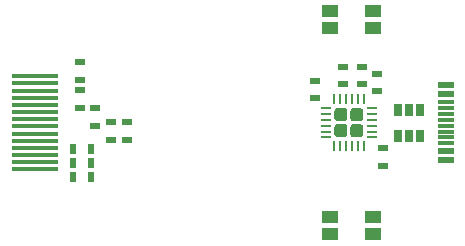
<source format=gbp>
G04 #@! TF.GenerationSoftware,KiCad,Pcbnew,5.1.4+dfsg1-1*
G04 #@! TF.CreationDate,2020-04-13T21:52:35+02:00*
G04 #@! TF.ProjectId,OtterIron_PRO_Top,4f747465-7249-4726-9f6e-5f50524f5f54,rev?*
G04 #@! TF.SameCoordinates,Original*
G04 #@! TF.FileFunction,Paste,Bot*
G04 #@! TF.FilePolarity,Positive*
%FSLAX46Y46*%
G04 Gerber Fmt 4.6, Leading zero omitted, Abs format (unit mm)*
G04 Created by KiCad (PCBNEW 5.1.4+dfsg1-1) date 2020-04-13 21:52:35*
%MOMM*%
%LPD*%
G04 APERTURE LIST*
%ADD10R,0.900000X0.600000*%
%ADD11R,4.000000X0.320000*%
%ADD12R,0.600000X0.900000*%
%ADD13R,0.250000X0.825000*%
%ADD14R,0.825000X0.250000*%
%ADD15C,0.100000*%
%ADD16C,1.090000*%
%ADD17R,0.650000X1.060000*%
%ADD18R,1.400000X1.050000*%
%ADD19R,1.450000X0.600000*%
%ADD20R,1.450000X0.300000*%
G04 APERTURE END LIST*
D10*
X66500000Y-109950000D03*
X66500000Y-111450000D03*
D11*
X58700000Y-106069223D03*
X58700000Y-106675376D03*
X58700000Y-107281529D03*
X58700000Y-107887682D03*
X58700000Y-108493835D03*
X58700000Y-109099988D03*
X58700000Y-109706141D03*
X58700000Y-110312294D03*
X58700000Y-110918447D03*
X58700000Y-111524600D03*
X58700000Y-112130753D03*
X58700000Y-112736906D03*
X58700000Y-113343059D03*
X58700000Y-113949223D03*
D10*
X63800000Y-108750000D03*
X63800000Y-110250000D03*
X82400000Y-106450000D03*
X82400000Y-107950000D03*
X65200000Y-109950000D03*
X65200000Y-111450000D03*
D12*
X63450000Y-112200000D03*
X61950000Y-112200000D03*
D10*
X88200000Y-112150000D03*
X88200000Y-113650000D03*
X87700000Y-107350000D03*
X87700000Y-105850000D03*
X86400000Y-105250000D03*
X86400000Y-106750000D03*
X84800000Y-106750000D03*
X84800000Y-105250000D03*
D12*
X63450000Y-114600000D03*
X61950000Y-114600000D03*
D10*
X62500000Y-104850000D03*
X62500000Y-106350000D03*
D12*
X63450000Y-113400000D03*
X61950000Y-113400000D03*
D10*
X62500000Y-108750000D03*
X62500000Y-107250000D03*
D13*
X86550000Y-108037500D03*
X86050000Y-108037500D03*
X85550000Y-108037500D03*
X85050000Y-108037500D03*
X84550000Y-108037500D03*
X84050000Y-108037500D03*
D14*
X83337500Y-108750000D03*
X83337500Y-109250000D03*
X83337500Y-109750000D03*
X83337500Y-110250000D03*
X83337500Y-110750000D03*
X83337500Y-111250000D03*
D13*
X84050000Y-111962500D03*
X84550000Y-111962500D03*
X85050000Y-111962500D03*
X85550000Y-111962500D03*
X86050000Y-111962500D03*
X86550000Y-111962500D03*
D14*
X87262500Y-111250000D03*
X87262500Y-110750000D03*
X87262500Y-110250000D03*
X87262500Y-109750000D03*
X87262500Y-109250000D03*
X87262500Y-108750000D03*
D15*
G36*
X84944504Y-110131204D02*
G01*
X84968773Y-110134804D01*
X84992571Y-110140765D01*
X85015671Y-110149030D01*
X85037849Y-110159520D01*
X85058893Y-110172133D01*
X85078598Y-110186747D01*
X85096777Y-110203223D01*
X85113253Y-110221402D01*
X85127867Y-110241107D01*
X85140480Y-110262151D01*
X85150970Y-110284329D01*
X85159235Y-110307429D01*
X85165196Y-110331227D01*
X85168796Y-110355496D01*
X85170000Y-110380000D01*
X85170000Y-110970000D01*
X85168796Y-110994504D01*
X85165196Y-111018773D01*
X85159235Y-111042571D01*
X85150970Y-111065671D01*
X85140480Y-111087849D01*
X85127867Y-111108893D01*
X85113253Y-111128598D01*
X85096777Y-111146777D01*
X85078598Y-111163253D01*
X85058893Y-111177867D01*
X85037849Y-111190480D01*
X85015671Y-111200970D01*
X84992571Y-111209235D01*
X84968773Y-111215196D01*
X84944504Y-111218796D01*
X84920000Y-111220000D01*
X84330000Y-111220000D01*
X84305496Y-111218796D01*
X84281227Y-111215196D01*
X84257429Y-111209235D01*
X84234329Y-111200970D01*
X84212151Y-111190480D01*
X84191107Y-111177867D01*
X84171402Y-111163253D01*
X84153223Y-111146777D01*
X84136747Y-111128598D01*
X84122133Y-111108893D01*
X84109520Y-111087849D01*
X84099030Y-111065671D01*
X84090765Y-111042571D01*
X84084804Y-111018773D01*
X84081204Y-110994504D01*
X84080000Y-110970000D01*
X84080000Y-110380000D01*
X84081204Y-110355496D01*
X84084804Y-110331227D01*
X84090765Y-110307429D01*
X84099030Y-110284329D01*
X84109520Y-110262151D01*
X84122133Y-110241107D01*
X84136747Y-110221402D01*
X84153223Y-110203223D01*
X84171402Y-110186747D01*
X84191107Y-110172133D01*
X84212151Y-110159520D01*
X84234329Y-110149030D01*
X84257429Y-110140765D01*
X84281227Y-110134804D01*
X84305496Y-110131204D01*
X84330000Y-110130000D01*
X84920000Y-110130000D01*
X84944504Y-110131204D01*
X84944504Y-110131204D01*
G37*
D16*
X84625000Y-110675000D03*
D15*
G36*
X84944504Y-108781204D02*
G01*
X84968773Y-108784804D01*
X84992571Y-108790765D01*
X85015671Y-108799030D01*
X85037849Y-108809520D01*
X85058893Y-108822133D01*
X85078598Y-108836747D01*
X85096777Y-108853223D01*
X85113253Y-108871402D01*
X85127867Y-108891107D01*
X85140480Y-108912151D01*
X85150970Y-108934329D01*
X85159235Y-108957429D01*
X85165196Y-108981227D01*
X85168796Y-109005496D01*
X85170000Y-109030000D01*
X85170000Y-109620000D01*
X85168796Y-109644504D01*
X85165196Y-109668773D01*
X85159235Y-109692571D01*
X85150970Y-109715671D01*
X85140480Y-109737849D01*
X85127867Y-109758893D01*
X85113253Y-109778598D01*
X85096777Y-109796777D01*
X85078598Y-109813253D01*
X85058893Y-109827867D01*
X85037849Y-109840480D01*
X85015671Y-109850970D01*
X84992571Y-109859235D01*
X84968773Y-109865196D01*
X84944504Y-109868796D01*
X84920000Y-109870000D01*
X84330000Y-109870000D01*
X84305496Y-109868796D01*
X84281227Y-109865196D01*
X84257429Y-109859235D01*
X84234329Y-109850970D01*
X84212151Y-109840480D01*
X84191107Y-109827867D01*
X84171402Y-109813253D01*
X84153223Y-109796777D01*
X84136747Y-109778598D01*
X84122133Y-109758893D01*
X84109520Y-109737849D01*
X84099030Y-109715671D01*
X84090765Y-109692571D01*
X84084804Y-109668773D01*
X84081204Y-109644504D01*
X84080000Y-109620000D01*
X84080000Y-109030000D01*
X84081204Y-109005496D01*
X84084804Y-108981227D01*
X84090765Y-108957429D01*
X84099030Y-108934329D01*
X84109520Y-108912151D01*
X84122133Y-108891107D01*
X84136747Y-108871402D01*
X84153223Y-108853223D01*
X84171402Y-108836747D01*
X84191107Y-108822133D01*
X84212151Y-108809520D01*
X84234329Y-108799030D01*
X84257429Y-108790765D01*
X84281227Y-108784804D01*
X84305496Y-108781204D01*
X84330000Y-108780000D01*
X84920000Y-108780000D01*
X84944504Y-108781204D01*
X84944504Y-108781204D01*
G37*
D16*
X84625000Y-109325000D03*
D15*
G36*
X86294504Y-110131204D02*
G01*
X86318773Y-110134804D01*
X86342571Y-110140765D01*
X86365671Y-110149030D01*
X86387849Y-110159520D01*
X86408893Y-110172133D01*
X86428598Y-110186747D01*
X86446777Y-110203223D01*
X86463253Y-110221402D01*
X86477867Y-110241107D01*
X86490480Y-110262151D01*
X86500970Y-110284329D01*
X86509235Y-110307429D01*
X86515196Y-110331227D01*
X86518796Y-110355496D01*
X86520000Y-110380000D01*
X86520000Y-110970000D01*
X86518796Y-110994504D01*
X86515196Y-111018773D01*
X86509235Y-111042571D01*
X86500970Y-111065671D01*
X86490480Y-111087849D01*
X86477867Y-111108893D01*
X86463253Y-111128598D01*
X86446777Y-111146777D01*
X86428598Y-111163253D01*
X86408893Y-111177867D01*
X86387849Y-111190480D01*
X86365671Y-111200970D01*
X86342571Y-111209235D01*
X86318773Y-111215196D01*
X86294504Y-111218796D01*
X86270000Y-111220000D01*
X85680000Y-111220000D01*
X85655496Y-111218796D01*
X85631227Y-111215196D01*
X85607429Y-111209235D01*
X85584329Y-111200970D01*
X85562151Y-111190480D01*
X85541107Y-111177867D01*
X85521402Y-111163253D01*
X85503223Y-111146777D01*
X85486747Y-111128598D01*
X85472133Y-111108893D01*
X85459520Y-111087849D01*
X85449030Y-111065671D01*
X85440765Y-111042571D01*
X85434804Y-111018773D01*
X85431204Y-110994504D01*
X85430000Y-110970000D01*
X85430000Y-110380000D01*
X85431204Y-110355496D01*
X85434804Y-110331227D01*
X85440765Y-110307429D01*
X85449030Y-110284329D01*
X85459520Y-110262151D01*
X85472133Y-110241107D01*
X85486747Y-110221402D01*
X85503223Y-110203223D01*
X85521402Y-110186747D01*
X85541107Y-110172133D01*
X85562151Y-110159520D01*
X85584329Y-110149030D01*
X85607429Y-110140765D01*
X85631227Y-110134804D01*
X85655496Y-110131204D01*
X85680000Y-110130000D01*
X86270000Y-110130000D01*
X86294504Y-110131204D01*
X86294504Y-110131204D01*
G37*
D16*
X85975000Y-110675000D03*
D15*
G36*
X86294504Y-108781204D02*
G01*
X86318773Y-108784804D01*
X86342571Y-108790765D01*
X86365671Y-108799030D01*
X86387849Y-108809520D01*
X86408893Y-108822133D01*
X86428598Y-108836747D01*
X86446777Y-108853223D01*
X86463253Y-108871402D01*
X86477867Y-108891107D01*
X86490480Y-108912151D01*
X86500970Y-108934329D01*
X86509235Y-108957429D01*
X86515196Y-108981227D01*
X86518796Y-109005496D01*
X86520000Y-109030000D01*
X86520000Y-109620000D01*
X86518796Y-109644504D01*
X86515196Y-109668773D01*
X86509235Y-109692571D01*
X86500970Y-109715671D01*
X86490480Y-109737849D01*
X86477867Y-109758893D01*
X86463253Y-109778598D01*
X86446777Y-109796777D01*
X86428598Y-109813253D01*
X86408893Y-109827867D01*
X86387849Y-109840480D01*
X86365671Y-109850970D01*
X86342571Y-109859235D01*
X86318773Y-109865196D01*
X86294504Y-109868796D01*
X86270000Y-109870000D01*
X85680000Y-109870000D01*
X85655496Y-109868796D01*
X85631227Y-109865196D01*
X85607429Y-109859235D01*
X85584329Y-109850970D01*
X85562151Y-109840480D01*
X85541107Y-109827867D01*
X85521402Y-109813253D01*
X85503223Y-109796777D01*
X85486747Y-109778598D01*
X85472133Y-109758893D01*
X85459520Y-109737849D01*
X85449030Y-109715671D01*
X85440765Y-109692571D01*
X85434804Y-109668773D01*
X85431204Y-109644504D01*
X85430000Y-109620000D01*
X85430000Y-109030000D01*
X85431204Y-109005496D01*
X85434804Y-108981227D01*
X85440765Y-108957429D01*
X85449030Y-108934329D01*
X85459520Y-108912151D01*
X85472133Y-108891107D01*
X85486747Y-108871402D01*
X85503223Y-108853223D01*
X85521402Y-108836747D01*
X85541107Y-108822133D01*
X85562151Y-108809520D01*
X85584329Y-108799030D01*
X85607429Y-108790765D01*
X85631227Y-108784804D01*
X85655496Y-108781204D01*
X85680000Y-108780000D01*
X86270000Y-108780000D01*
X86294504Y-108781204D01*
X86294504Y-108781204D01*
G37*
D16*
X85975000Y-109325000D03*
D17*
X90400000Y-108900000D03*
X91350000Y-108900000D03*
X89450000Y-108900000D03*
X89450000Y-111100000D03*
X90400000Y-111100000D03*
X91350000Y-111100000D03*
D18*
X87300000Y-119420000D03*
X83700000Y-119420000D03*
X87300000Y-117980000D03*
X83700000Y-117980000D03*
X83700000Y-100580000D03*
X87300000Y-100580000D03*
X83700000Y-102020000D03*
X87300000Y-102020000D03*
D19*
X93500000Y-107600000D03*
X93500000Y-112400000D03*
X93500000Y-113200000D03*
X93500000Y-106800000D03*
X93500000Y-113200000D03*
X93500000Y-112400000D03*
D20*
X93500000Y-111750000D03*
X93500000Y-111250000D03*
X93500000Y-110750000D03*
X93500000Y-110250000D03*
X93500000Y-109750000D03*
X93500000Y-109250000D03*
X93500000Y-108750000D03*
X93500000Y-108250000D03*
D19*
X93500000Y-107600000D03*
X93500000Y-106800000D03*
M02*

</source>
